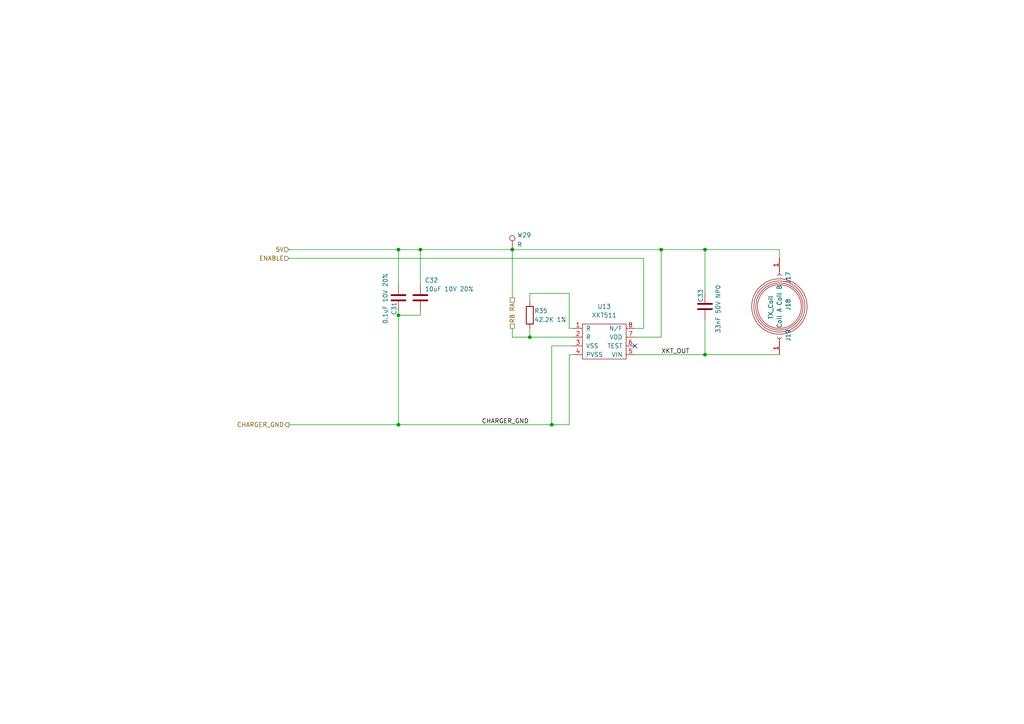
<source format=kicad_sch>
(kicad_sch (version 20231120) (generator "eeschema") (generator_version "8.0")
  (paper "A4")
  (lib_symbols
    (symbol "Connector:Conn_01x01_Female" (pin_names (offset 1.016) hide)
      (property "Reference" "J" (at 0 2.54 0))
      (property "Value" "Conn_01x01_Female" (at 0 -2.54 0))
      (symbol "Conn_01x01_Female_1_1"
        (polyline (pts (xy -1.27 0) (xy -0.508 0)) (stroke (width 0.1524)))
        (arc (start 0 0.508) (mid -0.5058 0) (end 0 -0.508) (stroke (width 0.1524)))
        (pin passive line (at -5.08 0 0) (length 3.81) (name "Pin_1") (number "1"))
      )
    )
    (symbol "Device:C" (pin_numbers hide) (pin_names (offset 0.254))
      (property "Reference" "C" (at 0.635 2.54 0))
      (property "Value" "C" (at 0.635 -2.54 0))
      (symbol "C_0_1"
        (polyline (pts (xy -2.032 -0.762) (xy 2.032 -0.762)) (stroke (width 0.508)))
        (polyline (pts (xy -2.032 0.762) (xy 2.032 0.762)) (stroke (width 0.508)))
      )
      (symbol "C_1_1"
        (pin passive line (at 0 3.81 270) (length 2.794) (name "~") (number "1"))
        (pin passive line (at 0 -3.81 90) (length 2.794) (name "~") (number "2"))
      )
    )
    (symbol "Device:R" (pin_numbers hide) (pin_names (offset 0))
      (property "Reference" "R" (at 2.032 0 90))
      (property "Value" "R" (at 0 0 90))
      (symbol "R_0_1"
        (rectangle (start -1.016 -2.54) (end 1.016 2.54) (stroke (width 0.254)))
      )
      (symbol "R_1_1"
        (pin passive line (at 0 3.81 270) (length 1.27) (name "~") (number "1"))
        (pin passive line (at 0 -3.81 90) (length 1.27) (name "~") (number "2"))
      )
    )
    (symbol "Pixels-dice:TEST_1P-conn" (pin_numbers hide) (pin_names (offset 0.762) hide)
      (property "Reference" "W" (at 0 6.858 0))
      (property "Value" "TEST_1P-conn" (at 0 5.08 0))
      (symbol "TEST_1P-conn_0_1"
        (circle (center 0 3.302) (radius 0.762))
      )
      (symbol "TEST_1P-conn_1_1"
        (pin passive line (at 0 0 90) (length 2.54) (name "1") (number "1"))
      )
    )
    (symbol "Pixels-dice:TX_Coil"
      (property "Reference" "J" (at 0 10.16 0))
      (property "Value" "TX_Coil" (at 0 -10.16 0))
      (symbol "TX_Coil_0_1"
        (circle (center 0 0) (radius 6.35))
        (circle (center 0 0) (radius 6.8392))
        (circle (center 0 0) (radius 7.4053))
        (circle (center 0 0) (radius 8.0322))
      )
    )
    (symbol "Pixels-dice:XKT511" (pin_names (offset 1.016))
      (property "Reference" "U" (at 0 6.35 0))
      (property "Value" "XKT511" (at 0 -6.35 0))
      (symbol "XKT511_0_1"
        (rectangle (start -6.35 5.08) (end 6.35 -5.08))
      )
      (symbol "XKT511_1_1"
        (pin passive line (at -8.89 3.81 0) (length 2.54) (name "R") (number "1"))
        (pin passive line (at -8.89 1.27 0) (length 2.54) (name "R") (number "2"))
        (pin power_in line (at -8.89 -1.27 0) (length 2.54) (name "VSS") (number "3"))
        (pin power_in line (at -8.89 -3.81 0) (length 2.54) (name "PVSS") (number "4"))
        (pin input line (at 8.89 -3.81 180) (length 2.54) (name "VIN") (number "5"))
        (pin output line (at 8.89 -1.27 180) (length 2.54) (name "TEST") (number "6"))
        (pin power_in line (at 8.89 1.27 180) (length 2.54) (name "VDD") (number "7"))
        (pin input line (at 8.89 3.81 180) (length 2.54) (name "N/F") (number "8"))
      )
    )
  )
  (junction (at 115.57 123.19))
  (junction (at 153.67 97.79))
  (junction (at 160.02 123.19))
  (junction (at 148.59 72.39))
  (junction (at 191.77 72.39))
  (junction (at 115.57 91.44))
  (junction (at 115.57 72.39))
  (junction (at 121.92 72.39))
  (junction (at 204.47 102.87))
  (junction (at 204.47 72.39))
  (no_connect (at 184.15 100.33))
  (wire (pts (xy 204.47 102.87) (xy 226.06 102.87)))
  (wire (pts (xy 153.67 95.25) (xy 153.67 97.79)))
  (wire (pts (xy 121.92 72.39) (xy 121.92 82.55)))
  (wire (pts (xy 186.69 74.93) (xy 186.69 95.25)))
  (wire (pts (xy 153.67 97.79) (xy 148.59 97.79)))
  (wire (pts (xy 115.57 123.19) (xy 160.02 123.19)))
  (wire (pts (xy 83.82 123.19) (xy 115.57 123.19)))
  (wire (pts (xy 160.02 100.33) (xy 160.02 123.19)))
  (wire (pts (xy 121.92 90.17) (xy 121.92 91.44)))
  (wire (pts (xy 121.92 91.44) (xy 115.57 91.44)))
  (wire (pts (xy 166.37 100.33) (xy 160.02 100.33)))
  (wire (pts (xy 204.47 92.71) (xy 204.47 102.87)))
  (wire (pts (xy 83.82 74.93) (xy 186.69 74.93)))
  (wire (pts (xy 184.15 97.79) (xy 191.77 97.79)))
  (wire (pts (xy 165.1 85.09) (xy 165.1 95.25)))
  (wire (pts (xy 184.15 102.87) (xy 204.47 102.87)))
  (wire (pts (xy 121.92 72.39) (xy 148.59 72.39)))
  (wire (pts (xy 184.15 95.25) (xy 186.69 95.25)))
  (wire (pts (xy 165.1 95.25) (xy 166.37 95.25)))
  (wire (pts (xy 165.1 102.87) (xy 165.1 123.19)))
  (wire (pts (xy 191.77 72.39) (xy 204.47 72.39)))
  (wire (pts (xy 115.57 90.17) (xy 115.57 91.44)))
  (wire (pts (xy 153.67 85.09) (xy 153.67 87.63)))
  (wire (pts (xy 83.82 72.39) (xy 115.57 72.39)))
  (wire (pts (xy 115.57 72.39) (xy 115.57 82.55)))
  (wire (pts (xy 191.77 97.79) (xy 191.77 72.39)))
  (wire (pts (xy 148.59 97.79) (xy 148.59 95.25)))
  (wire (pts (xy 148.59 72.39) (xy 148.59 86.36)))
  (wire (pts (xy 204.47 72.39) (xy 226.06 72.39)))
  (wire (pts (xy 166.37 102.87) (xy 165.1 102.87)))
  (wire (pts (xy 226.06 74.93) (xy 226.06 72.39)))
  (wire (pts (xy 115.57 91.44) (xy 115.57 123.19)))
  (wire (pts (xy 165.1 85.09) (xy 153.67 85.09)))
  (wire (pts (xy 204.47 72.39) (xy 204.47 85.09)))
  (wire (pts (xy 148.59 72.39) (xy 191.77 72.39)))
  (wire (pts (xy 160.02 123.19) (xy 165.1 123.19)))
  (wire (pts (xy 115.57 72.39) (xy 121.92 72.39)))
  (wire (pts (xy 153.67 97.79) (xy 166.37 97.79)))
  (label "CHARGER_GND" (at 139.7 123.19 0))
  (label "XKT_OUT" (at 191.77 102.87 0))
  (hierarchical_label "RB" (shape passive) (at 148.59 95.25 90))
  (hierarchical_label "CHARGER_GND" (shape output) (at 83.82 123.19 180))
  (hierarchical_label "5V" (shape input) (at 83.82 72.39 180))
  (hierarchical_label "RA" (shape passive) (at 148.59 86.36 270))
  (hierarchical_label "ENABLE" (shape input) (at 83.82 74.93 180))
  (symbol (lib_id "Pixels-dice:TEST_1P-conn") (at 148.59 72.39 0) (unit 1)
    (property "Reference" "W19" (at 149.987 68.1795 0) (effects (justify left)))
    (property "Value" "R" (at 149.987 70.9546 0) (effects (justify left)))
    (property "Footprint" "Pixels-dice:TEST_PIN" (effects (hide yes)))
    (instances (project "Main" (path "" (reference "W29") (unit 1)) (path "" (reference "W14") (unit 1)) (path "" (reference "W19") (unit 1)) (path "" (reference "W71") (unit 1)) (path "" (reference "W4") (unit 1)) (path "" (reference "W24") (unit 1)) (path "" (reference "W9") (unit 1)) (path "" (reference "W34") (unit 1))))
  )
  (symbol (lib_id "Device:C") (at 204.47 88.9 0) (mirror x) (unit 1)
    (property "Reference" "C25" (at 203.2 83.82 90) (effects (justify left)))
    (property "Value" "33nF 50V NP0" (at 208.28 82.55 90) (effects (justify left)))
    (property "Footprint" "Capacitor_SMD:C_1206_3216Metric" (effects (hide yes)))
    (property "Manufacturer" "Murata" (effects (hide yes)))
    (property "Manufacturer Part Number" "GRM3195C1H333JA01D" (effects (hide yes)))
    (property "Generic OK" "NO" (effects (hide yes)))
    (instances (project "Main" (path "" (reference "C33") (unit 1)) (path "" (reference "C21") (unit 1)) (path "" (reference "C25") (unit 1)) (path "" (reference "C57") (unit 1)) (path "" (reference "C13") (unit 1)) (path "" (reference "C29") (unit 1)) (path "" (reference "C17") (unit 1)) (path "" (reference "C37") (unit 1))))
  )
  (symbol (lib_id "Device:C") (at 115.57 86.36 0) (unit 1)
    (property "Reference" "C23" (at 114.3 91.44 90) (effects (justify left)))
    (property "Value" "0.1uF 10V 20%" (at 111.76 93.98 90) (effects (justify left)))
    (property "Footprint" "Capacitor_SMD:C_0402_1005Metric" (effects (hide yes)))
    (property "LCSC Part Number" "C2168305" (effects (hide yes)))
    (property "Manufacturer" "Murata" (effects (hide yes)))
    (property "Manufacturer Part Number" "GRM155R61H104KE19D" (effects (hide yes)))
    (property "Generic OK" "YES" (effects (hide yes)))
    (instances (project "Main" (path "" (reference "C31") (unit 1)) (path "" (reference "C19") (unit 1)) (path "" (reference "C23") (unit 1)) (path "" (reference "C55") (unit 1)) (path "" (reference "C11") (unit 1)) (path "" (reference "C27") (unit 1)) (path "" (reference "C15") (unit 1)) (path "" (reference "C35") (unit 1))))
  )
  (symbol (lib_id "Pixels-dice:XKT511") (at 175.26 99.06 0) (unit 1)
    (property "Reference" "U9" (at 175.26 88.9 0))
    (property "Value" "XKT511" (at 175.26 91.44 0))
    (property "Footprint" "Pixels-dice:SOIC-8_3.9x4.9mm_P1.27mm" (effects (hide yes)))
    (property "Manufacturer" "XKT" (effects (hide yes)))
    (property "Manufacturer Part Number" "XKT-511" (effects (hide yes)))
    (instances (project "Main" (path "" (reference "U13") (unit 1)) (path "" (reference "U7") (unit 1)) (path "" (reference "U9") (unit 1)) (path "" (reference "U23") (unit 1)) (path "" (reference "U3") (unit 1)) (path "" (reference "U11") (unit 1)) (path "" (reference "U5") (unit 1)) (path "" (reference "U15") (unit 1))))
  )
  (symbol (lib_id "Device:C") (at 121.92 86.36 0) (unit 1)
    (property "Reference" "C24" (at 123.19 81.28 0) (effects (justify left)))
    (property "Value" "10uF 10V 20%" (at 123.19 83.82 0) (effects (justify left)))
    (property "Footprint" "Capacitor_SMD:C_0603_1608Metric" (effects (hide yes)))
    (property "Manufacturer" "Murata" (effects (hide yes)))
    (property "Manufacturer Part Number" "GRM188R61A106ME69D" (effects (hide yes)))
    (property "Generic OK" "YES" (effects (hide yes)))
    (instances (project "Main" (path "" (reference "C32") (unit 1)) (path "" (reference "C20") (unit 1)) (path "" (reference "C24") (unit 1)) (path "" (reference "C56") (unit 1)) (path "" (reference "C12") (unit 1)) (path "" (reference "C28") (unit 1)) (path "" (reference "C16") (unit 1)) (path "" (reference "C36") (unit 1))))
  )
  (symbol (lib_id "Pixels-dice:TX_Coil") (at 226.06 88.9 0) (unit 1)
    (property "Reference" "J12" (at 228.6 90.17 90) (effects (justify left)))
    (property "Value" "TX_Coil" (at 223.52 92.71 90) (effects (justify left)))
    (property "Footprint" "Pixels-dice:TX Coil" (effects (hide yes)))
    (instances (project "Main" (path "" (reference "J18") (unit 1)) (path "" (reference "J9") (unit 1)) (path "" (reference "J12") (unit 1)) (path "" (reference "J26") (unit 1)) (path "" (reference "J3") (unit 1)) (path "" (reference "J15") (unit 1)) (path "" (reference "J6") (unit 1)) (path "" (reference "J21") (unit 1))))
  )
  (symbol (lib_id "Connector:Conn_01x01_Female") (at 226.06 80.01 90) (mirror x) (unit 1)
    (property "Reference" "J11" (at 228.6 78.74 0) (effects (justify left)))
    (property "Value" "Coil B" (at 226.06 82.55 0) (effects (justify left)))
    (property "Footprint" "TestPoint:TestPoint_THTPad_D2.0mm_Drill1.0mm" (effects (hide yes)))
    (instances (project "Main" (path "" (reference "J17") (unit 1)) (path "" (reference "J8") (unit 1)) (path "" (reference "J11") (unit 1)) (path "" (reference "J25") (unit 1)) (path "" (reference "J2") (unit 1)) (path "" (reference "J14") (unit 1)) (path "" (reference "J5") (unit 1)) (path "" (reference "J20") (unit 1))))
  )
  (symbol (lib_id "Device:R") (at 153.67 91.44 180) (unit 1)
    (property "Reference" "R14" (at 154.94 90.17 0) (effects (justify right)))
    (property "Value" "42.2K 1%" (at 154.94 92.71 0) (effects (justify right)))
    (property "Footprint" "Resistor_SMD:R_0402_1005Metric" (effects (hide yes)))
    (property "Manufacturer" "UNI-ROYAL(Uniroyal Elec)" (effects (hide yes)))
    (property "Manufacturer Part Number" "0402WGF4222TCE" (effects (hide yes)))
    (instances (project "Main" (path "" (reference "R35") (unit 1)) (path "" (reference "R11") (unit 1)) (path "" (reference "R14") (unit 1)) (path "" (reference "R75") (unit 1)) (path "" (reference "R5") (unit 1)) (path "" (reference "R19") (unit 1)) (path "" (reference "R8") (unit 1)) (path "" (reference "R70") (unit 1))))
  )
  (symbol (lib_id "Connector:Conn_01x01_Female") (at 226.06 97.79 270) (mirror x) (unit 1)
    (property "Reference" "J13" (at 228.6 99.06 0) (effects (justify left)))
    (property "Value" "Coil A" (at 226.06 95.25 0) (effects (justify left)))
    (property "Footprint" "TestPoint:TestPoint_THTPad_D2.0mm_Drill1.0mm" (effects (hide yes)))
    (instances (project "Main" (path "" (reference "J19") (unit 1)) (path "" (reference "J10") (unit 1)) (path "" (reference "J13") (unit 1)) (path "" (reference "J27") (unit 1)) (path "" (reference "J4") (unit 1)) (path "" (reference "J16") (unit 1)) (path "" (reference "J7") (unit 1)) (path "" (reference "J22") (unit 1))))
  )
)
</source>
